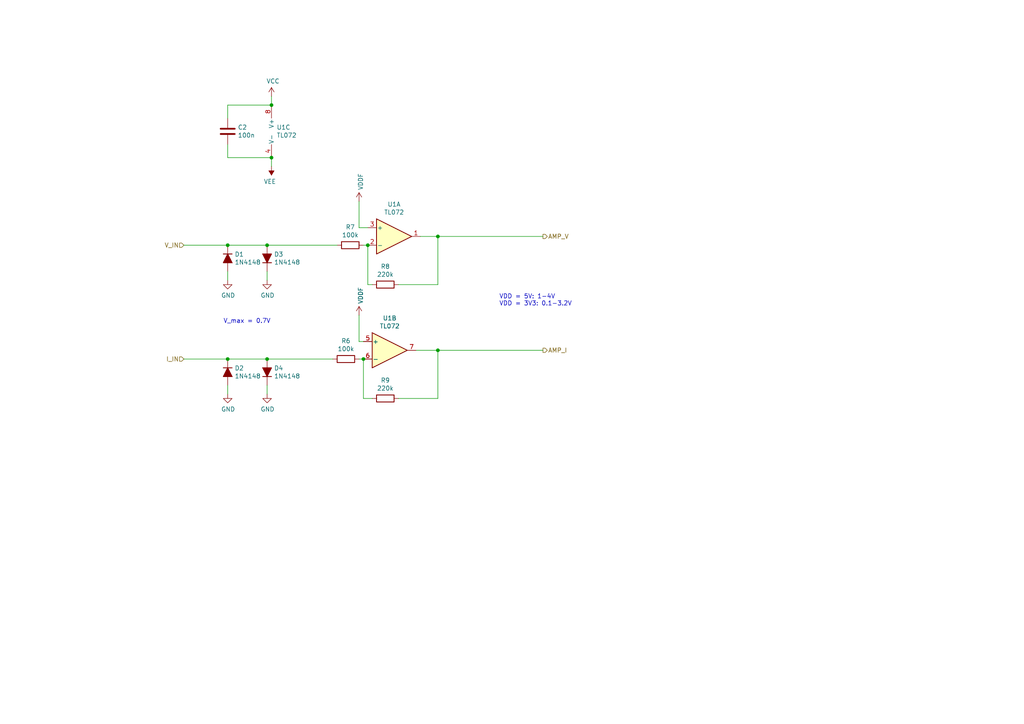
<source format=kicad_sch>
(kicad_sch (version 20211123) (generator eeschema)
  (paper "A4")
  (lib_symbols
    (symbol "Amplifier_Operational:TL072" (pin_names (offset 0.127))
      (property "Reference" "U" (at 0 5.08 0))
      (property "Value" "TL072" (at 0 -5.08 0))
      (symbol "TL072_1_1"
        (polyline (pts (xy -5.08 5.08) (xy 5.08 0) (xy -5.08 -5.08) (xy -5.08 5.08)) (stroke (width 0.254)) (fill (type background)))
        (pin output line (at 7.62 0 180) (length 2.54) (name "~") (number "1"))
        (pin input line (at -7.62 -2.54 0) (length 2.54) (name "-") (number "2"))
        (pin input line (at -7.62 2.54 0) (length 2.54) (name "+") (number "3"))
      )
      (symbol "TL072_2_1"
        (polyline (pts (xy -5.08 5.08) (xy 5.08 0) (xy -5.08 -5.08) (xy -5.08 5.08)) (stroke (width 0.254)) (fill (type background)))
        (pin input line (at -7.62 2.54 0) (length 2.54) (name "+") (number "5"))
        (pin input line (at -7.62 -2.54 0) (length 2.54) (name "-") (number "6"))
        (pin output line (at 7.62 0 180) (length 2.54) (name "~") (number "7"))
      )
      (symbol "TL072_3_1"
        (pin power_in line (at -2.54 -7.62 90) (length 3.81) (name "V-") (number "4"))
        (pin power_in line (at -2.54 7.62 270) (length 3.81) (name "V+") (number "8"))
      )
    )
    (symbol "Device:C" (pin_numbers hide) (pin_names (offset 0.254))
      (property "Reference" "C" (at 0.635 2.54 0))
      (property "Value" "C" (at 0.635 -2.54 0))
      (symbol "C_0_1"
        (polyline (pts (xy -2.032 -0.762) (xy 2.032 -0.762)) (stroke (width 0.508)))
        (polyline (pts (xy -2.032 0.762) (xy 2.032 0.762)) (stroke (width 0.508)))
      )
      (symbol "C_1_1"
        (pin passive line (at 0 3.81 270) (length 2.794) (name "~") (number "1"))
        (pin passive line (at 0 -3.81 90) (length 2.794) (name "~") (number "2"))
      )
    )
    (symbol "Device:D_Filled" (pin_numbers hide) (pin_names (offset 1.016) hide)
      (property "Reference" "D" (at 0 2.54 0))
      (property "Value" "D_Filled" (at 0 -2.54 0))
      (symbol "D_Filled_0_1"
        (polyline (pts (xy -1.27 1.27) (xy -1.27 -1.27)) (stroke (width 0.254)))
        (polyline (pts (xy 1.27 0) (xy -1.27 0)))
        (polyline (pts (xy 1.27 1.27) (xy 1.27 -1.27) (xy -1.27 0) (xy 1.27 1.27)) (stroke (width 0.254)) (fill (type outline)))
      )
      (symbol "D_Filled_1_1"
        (pin passive line (at -3.81 0 0) (length 2.54) (name "K") (number "1"))
        (pin passive line (at 3.81 0 180) (length 2.54) (name "A") (number "2"))
      )
    )
    (symbol "Device:R" (pin_numbers hide) (pin_names (offset 0))
      (property "Reference" "R" (at 2.032 0 90))
      (property "Value" "R" (at 0 0 90))
      (symbol "R_0_1"
        (rectangle (start -1.016 -2.54) (end 1.016 2.54) (stroke (width 0.254)))
      )
      (symbol "R_1_1"
        (pin passive line (at 0 3.81 270) (length 1.27) (name "~") (number "1"))
        (pin passive line (at 0 -3.81 90) (length 1.27) (name "~") (number "2"))
      )
    )
    (symbol "power:GND" (power) (pin_names (offset 0))
      (property "Value" "GND" (at 0 -3.81 0))
      (symbol "GND_0_1"
        (polyline (pts (xy 0 0) (xy 0 -1.27) (xy 1.27 -1.27) (xy 0 -2.54) (xy -1.27 -1.27) (xy 0 -1.27)))
      )
      (symbol "GND_1_1"
        (pin power_in line (at 0 0 270) (length 0) hide (name "GND") (number "1"))
      )
    )
    (symbol "power:VCC" (power) (pin_names (offset 0))
      (property "Value" "VCC" (at 0 3.81 0))
      (symbol "VCC_0_1"
        (polyline (pts (xy -0.762 1.27) (xy 0 2.54)))
        (polyline (pts (xy 0 0) (xy 0 2.54)))
        (polyline (pts (xy 0 2.54) (xy 0.762 1.27)))
      )
      (symbol "VCC_1_1"
        (pin power_in line (at 0 0 90) (length 0) hide (name "VCC") (number "1"))
      )
    )
    (symbol "power:VDDF" (power) (pin_names (offset 0))
      (property "Value" "VDDF" (at 0 3.81 0))
      (symbol "VDDF_0_1"
        (polyline (pts (xy -0.762 1.27) (xy 0 2.54)))
        (polyline (pts (xy 0 0) (xy 0 2.54)))
        (polyline (pts (xy 0 2.54) (xy 0.762 1.27)))
      )
      (symbol "VDDF_1_1"
        (pin power_in line (at 0 0 90) (length 0) hide (name "VDDF") (number "1"))
      )
    )
    (symbol "power:VEE" (power) (pin_names (offset 0))
      (property "Value" "VEE" (at 0 3.81 0))
      (symbol "VEE_0_1"
        (polyline (pts (xy 0 0) (xy 0 2.54)))
        (polyline (pts (xy 0.762 1.27) (xy -0.762 1.27) (xy 0 2.54) (xy 0.762 1.27)) (fill (type outline)))
      )
      (symbol "VEE_1_1"
        (pin power_in line (at 0 0 90) (length 0) hide (name "VEE") (number "1"))
      )
    )
  )
  (junction (at 106.68 71.12))
  (junction (at 78.74 30.48))
  (junction (at 77.47 104.14))
  (junction (at 105.41 104.14))
  (junction (at 66.04 104.14))
  (junction (at 127 68.58))
  (junction (at 66.04 71.12))
  (junction (at 127 101.6))
  (junction (at 77.47 71.12))
  (junction (at 78.74 45.72))
  (wire (pts (xy 77.47 104.14) (xy 96.52 104.14)))
  (wire (pts (xy 66.04 45.72) (xy 78.74 45.72)))
  (wire (pts (xy 127 68.58) (xy 157.48 68.58)))
  (wire (pts (xy 105.41 71.12) (xy 106.68 71.12)))
  (wire (pts (xy 66.04 41.91) (xy 66.04 45.72)))
  (wire (pts (xy 78.74 30.48) (xy 78.74 27.94)))
  (wire (pts (xy 127 82.55) (xy 127 68.58)))
  (wire (pts (xy 53.34 104.14) (xy 66.04 104.14)))
  (wire (pts (xy 121.92 68.58) (xy 127 68.58)))
  (wire (pts (xy 66.04 104.14) (xy 77.47 104.14)))
  (wire (pts (xy 66.04 78.74) (xy 66.04 81.28)))
  (wire (pts (xy 105.41 115.57) (xy 105.41 104.14)))
  (wire (pts (xy 78.74 48.26) (xy 78.74 45.72)))
  (wire (pts (xy 66.04 34.29) (xy 66.04 30.48)))
  (wire (pts (xy 66.04 30.48) (xy 78.74 30.48)))
  (wire (pts (xy 115.57 115.57) (xy 127 115.57)))
  (wire (pts (xy 77.47 71.12) (xy 97.79 71.12)))
  (wire (pts (xy 104.14 58.42) (xy 104.14 66.04)))
  (wire (pts (xy 127 101.6) (xy 157.48 101.6)))
  (wire (pts (xy 107.95 115.57) (xy 105.41 115.57)))
  (wire (pts (xy 106.68 82.55) (xy 106.68 71.12)))
  (wire (pts (xy 66.04 71.12) (xy 77.47 71.12)))
  (wire (pts (xy 77.47 114.3) (xy 77.47 111.76)))
  (wire (pts (xy 115.57 82.55) (xy 127 82.55)))
  (wire (pts (xy 120.65 101.6) (xy 127 101.6)))
  (wire (pts (xy 107.95 82.55) (xy 106.68 82.55)))
  (wire (pts (xy 66.04 111.76) (xy 66.04 114.3)))
  (wire (pts (xy 127 115.57) (xy 127 101.6)))
  (wire (pts (xy 104.14 99.06) (xy 105.41 99.06)))
  (wire (pts (xy 104.14 66.04) (xy 106.68 66.04)))
  (wire (pts (xy 77.47 78.74) (xy 77.47 81.28)))
  (wire (pts (xy 53.34 71.12) (xy 66.04 71.12)))
  (wire (pts (xy 104.14 91.44) (xy 104.14 99.06)))
  (wire (pts (xy 104.14 104.14) (xy 105.41 104.14)))
  (text "V_max = 0.7V" (at 64.77 93.98 0) (effects (font (size 1.27 1.27)) (justify left bottom)))
  (text "VDD = 5V: 1-4V\nVDD = 3V3: 0.1-3.2V" (at 144.78 88.9 0) (effects (font (size 1.27 1.27)) (justify left bottom)))
  (hierarchical_label "AMP_V" (shape output) (at 157.48 68.58 0))
  (hierarchical_label "I_IN" (shape input) (at 53.34 104.14 180))
  (hierarchical_label "AMP_I" (shape output) (at 157.48 101.6 0))
  (hierarchical_label "V_IN" (shape input) (at 53.34 71.12 180))
  (symbol (lib_id "power:VEE") (at 78.74 48.26 180) (unit 1)
    (property "Reference" "#PWR023" (effects hide))
    (property "Value" "~" (at 78.2828 52.6542 0))
  )
  (symbol (lib_id "power:VCC") (at 78.74 27.94 0) (unit 1)
    (property "Reference" "#PWR022" (effects hide))
    (property "Value" "~" (at 79.1718 23.5458 0))
  )
  (symbol (lib_id "Device:C") (at 66.04 38.1 0) (unit 1)
    (property "Reference" "C2" (at 68.961 36.9316 0) (effects (justify left)))
    (property "Value" "100n" (at 68.961 39.243 0) (effects (justify left)))
    (property "Footprint" "For_Rasterboard:C_Disc_D3.0mm_W1.6mm_Pinf" (effects hide))
  )
  (symbol (lib_id "Amplifier_Operational:TL072") (at 114.3 68.58 0) (unit 1)
    (property "Reference" "U1" (at 114.3 59.2582 0))
    (property "Value" "TL072" (at 114.3 61.5696 0))
    (property "Footprint" "Package_DIP:DIP-8_W7.62mm" (effects hide))
    (property "Datasheet" "http://www.ti.com/lit/ds/symlink/tl071.pdf" (effects hide))
  )
  (symbol (lib_id "Amplifier_Operational:TL072") (at 113.03 101.6 0) (unit 2)
    (property "Reference" "U1" (at 113.03 92.2782 0))
    (property "Value" "TL072" (at 113.03 94.5896 0))
    (property "Footprint" "Package_DIP:DIP-8_W7.62mm" (effects hide))
    (property "Datasheet" "http://www.ti.com/lit/ds/symlink/tl071.pdf" (effects hide))
  )
  (symbol (lib_id "Amplifier_Operational:TL072") (at 81.28 38.1 0) (unit 3)
    (property "Reference" "U1" (at 80.2132 36.9316 0) (effects (justify left)))
    (property "Value" "TL072" (at 80.2132 39.243 0) (effects (justify left)))
    (property "Footprint" "Package_DIP:DIP-8_W7.62mm" (effects hide))
    (property "Datasheet" "http://www.ti.com/lit/ds/symlink/tl071.pdf" (effects hide))
  )
  (symbol (lib_id "power:VDDF") (at 104.14 58.42 0) (unit 1)
    (property "Reference" "#PWR024" (effects hide))
    (property "Value" "~" (at 104.5972 55.1688 90) (effects (justify left)))
  )
  (symbol (lib_id "Device:R") (at 111.76 82.55 270) (unit 1)
    (property "Reference" "R8" (at 111.76 77.2922 90))
    (property "Value" "220k" (at 111.76 79.6036 90))
    (property "Footprint" "Resistor_THT:R_Axial_DIN0207_L6.3mm_D2.5mm_P2.54mm_Vertical" (effects hide))
  )
  (symbol (lib_id "Device:R") (at 101.6 71.12 270) (unit 1)
    (property "Reference" "R7" (at 101.6 65.8622 90))
    (property "Value" "100k" (at 101.6 68.1736 90))
    (property "Footprint" "For_Rasterboard:R_Axial_DIN0207_L6.3mm_D2.5mm_Pinf_Horizontal" (effects hide))
  )
  (symbol (lib_id "Device:R") (at 111.76 115.57 270) (unit 1)
    (property "Reference" "R9" (at 111.76 110.3122 90))
    (property "Value" "220k" (at 111.76 112.6236 90))
    (property "Footprint" "Resistor_THT:R_Axial_DIN0207_L6.3mm_D2.5mm_P2.54mm_Vertical" (effects hide))
  )
  (symbol (lib_id "Device:R") (at 100.33 104.14 270) (unit 1)
    (property "Reference" "R6" (at 100.33 98.8822 90))
    (property "Value" "100k" (at 100.33 101.1936 90))
    (property "Footprint" "For_Rasterboard:R_Axial_DIN0207_L6.3mm_D2.5mm_Pinf_Horizontal" (effects hide))
  )
  (symbol (lib_id "power:VDDF") (at 104.14 91.44 0) (unit 1)
    (property "Reference" "#PWR025" (effects hide))
    (property "Value" "~" (at 104.5972 88.1888 90) (effects (justify left)))
  )
  (symbol (lib_id "Device:D_Filled") (at 66.04 74.93 270) (unit 1)
    (property "Reference" "D1" (at 68.0466 73.7616 90) (effects (justify left)))
    (property "Value" "1N4148" (at 68.0466 76.073 90) (effects (justify left)))
    (property "Footprint" "For_Rasterboard:R_Axial_DIN0207_L6.3mm_D2.5mm_Pinf_Horizontal" (effects hide))
  )
  (symbol (lib_id "Device:D_Filled") (at 77.47 74.93 90) (unit 1)
    (property "Reference" "D3" (at 79.4766 73.7616 90) (effects (justify right)))
    (property "Value" "1N4148" (at 79.4766 76.073 90) (effects (justify right)))
    (property "Footprint" "For_Rasterboard:R_Axial_DIN0207_L6.3mm_D2.5mm_Pinf_Horizontal" (effects hide))
  )
  (symbol (lib_id "Device:D_Filled") (at 77.47 107.95 90) (unit 1)
    (property "Reference" "D4" (at 79.4766 106.7816 90) (effects (justify right)))
    (property "Value" "1N4148" (at 79.4766 109.093 90) (effects (justify right)))
    (property "Footprint" "For_Rasterboard:R_Axial_DIN0207_L6.3mm_D2.5mm_Pinf_Horizontal" (effects hide))
  )
  (symbol (lib_id "Device:D_Filled") (at 66.04 107.95 270) (unit 1)
    (property "Reference" "D2" (at 68.0466 106.7816 90) (effects (justify left)))
    (property "Value" "1N4148" (at 68.0466 109.093 90) (effects (justify left)))
    (property "Footprint" "For_Rasterboard:R_Axial_DIN0207_L6.3mm_D2.5mm_Pinf_Horizontal" (effects hide))
  )
  (symbol (lib_id "power:GND") (at 77.47 114.3 0) (unit 1)
    (property "Reference" "#PWR021" (effects hide))
    (property "Value" "~" (at 77.597 118.6942 0))
  )
  (symbol (lib_id "power:GND") (at 66.04 114.3 0) (unit 1)
    (property "Reference" "#PWR019" (effects hide))
    (property "Value" "~" (at 66.167 118.6942 0))
  )
  (symbol (lib_id "power:GND") (at 66.04 81.28 0) (unit 1)
    (property "Reference" "#PWR018" (effects hide))
    (property "Value" "~" (at 66.167 85.6742 0))
  )
  (symbol (lib_id "power:GND") (at 77.47 81.28 0) (unit 1)
    (property "Reference" "#PWR020" (effects hide))
    (property "Value" "~" (at 77.597 85.6742 0))
  )
)
</source>
